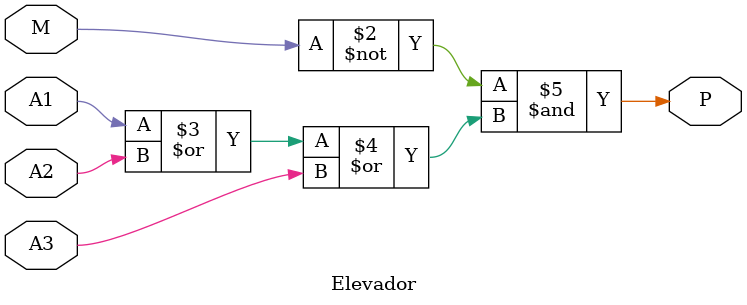
<source format=sv>

/*
Este é um circuito que tem como objetivo verificar se o elevador 
está parado (M=0) e em algum andar do prédio (A1, A2, A3 = 1). 
A porta do elevador só será aberta (P=1) se exatamente um dos andares 
estiver em nível lógico 1 e a condição de M=0 também for atendida.
*/

module Elevador(input logic M, A1, A2, A3, output logic P);
    always_comb begin 
      P <= ~M & (A1 | A2 | A3);
  end
endmodule
</source>
